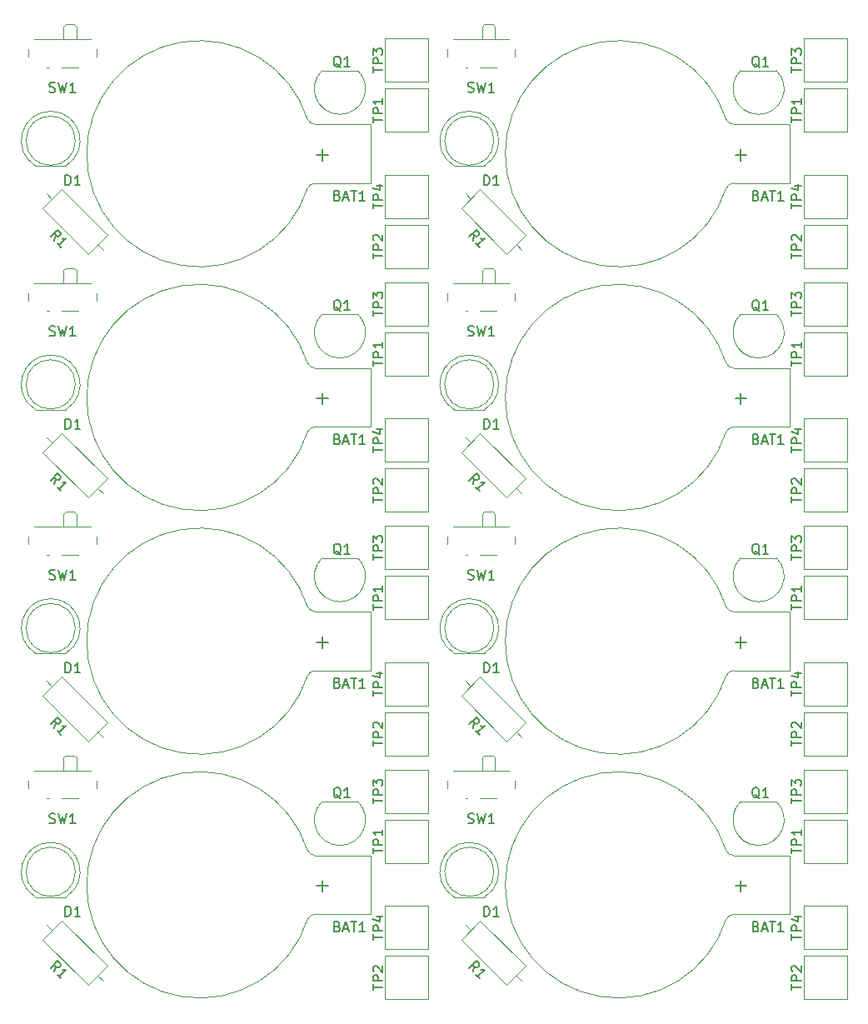
<source format=gbr>
G04 #@! TF.GenerationSoftware,KiCad,Pcbnew,(5.1.4)-1*
G04 #@! TF.CreationDate,2021-02-09T18:46:42+01:00*
G04 #@! TF.ProjectId,plant_water_level,706c616e-745f-4776-9174-65725f6c6576,rev?*
G04 #@! TF.SameCoordinates,Original*
G04 #@! TF.FileFunction,Legend,Top*
G04 #@! TF.FilePolarity,Positive*
%FSLAX46Y46*%
G04 Gerber Fmt 4.6, Leading zero omitted, Abs format (unit mm)*
G04 Created by KiCad (PCBNEW (5.1.4)-1) date 2021-02-09 18:46:42*
%MOMM*%
%LPD*%
G04 APERTURE LIST*
%ADD10C,0.120000*%
%ADD11C,0.150000*%
G04 APERTURE END LIST*
D10*
X76984000Y94687000D02*
X73384000Y94687000D01*
X77022478Y94675478D02*
G75*
G02X75184000Y90237000I-1838478J-1838478D01*
G01*
X73345522Y94675478D02*
G75*
G03X75184000Y90237000I1838478J-1838478D01*
G01*
X84178500Y63713000D02*
X79778500Y63713000D01*
X84178500Y68113000D02*
X84178500Y63713000D01*
X79778500Y68113000D02*
X84178500Y68113000D01*
X79778500Y63713000D02*
X79778500Y68113000D01*
X1693500Y85005000D02*
X4783500Y85005000D01*
X5738500Y87565000D02*
G75*
G03X5738500Y87565000I-2500000J0D01*
G01*
X3238038Y90555000D02*
G75*
G02X4783330Y85005000I462J-2990000D01*
G01*
X3238962Y90555000D02*
G75*
G03X1693670Y85005000I-462J-2990000D01*
G01*
X30800522Y94675478D02*
G75*
G03X32639000Y90237000I1838478J-1838478D01*
G01*
X34477478Y94675478D02*
G75*
G02X32639000Y90237000I-1838478J-1838478D01*
G01*
X34439000Y94687000D02*
X30839000Y94687000D01*
X8544314Y76482186D02*
X7999842Y77026658D01*
X2830891Y82195609D02*
X3375363Y81651137D01*
X8968578Y77995395D02*
X4344100Y82619873D01*
X7031105Y76057922D02*
X8968578Y77995395D01*
X2406627Y80682400D02*
X7031105Y76057922D01*
X4344100Y82619873D02*
X2406627Y80682400D01*
X41633500Y79715000D02*
X37233500Y79715000D01*
X41633500Y84115000D02*
X41633500Y79715000D01*
X37233500Y84115000D02*
X41633500Y84115000D01*
X37233500Y79715000D02*
X37233500Y84115000D01*
X41633500Y93558000D02*
X37233500Y93558000D01*
X41633500Y97958000D02*
X41633500Y93558000D01*
X37233500Y97958000D02*
X41633500Y97958000D01*
X37233500Y93558000D02*
X37233500Y97958000D01*
X84178500Y49870000D02*
X79778500Y49870000D01*
X84178500Y54270000D02*
X84178500Y49870000D01*
X79778500Y54270000D02*
X84178500Y54270000D01*
X79778500Y49870000D02*
X79778500Y54270000D01*
X84178500Y54950000D02*
X79778500Y54950000D01*
X84178500Y59350000D02*
X84178500Y54950000D01*
X79778500Y59350000D02*
X84178500Y59350000D01*
X79778500Y54950000D02*
X79778500Y59350000D01*
X45590000Y95019000D02*
X45390000Y95019000D01*
X48390000Y99159000D02*
X48190000Y99369000D01*
X47090000Y99159000D02*
X47290000Y99369000D01*
X48390000Y97869000D02*
X48390000Y99159000D01*
X48190000Y99369000D02*
X47290000Y99369000D01*
X47090000Y99159000D02*
X47090000Y97869000D01*
X49840000Y97869000D02*
X44140000Y97869000D01*
X48590000Y95019000D02*
X46890000Y95019000D01*
X50440000Y96069000D02*
X50440000Y96859000D01*
X43540000Y96859000D02*
X43540000Y96069000D01*
X41633500Y88478000D02*
X37233500Y88478000D01*
X41633500Y92878000D02*
X41633500Y88478000D01*
X37233500Y92878000D02*
X41633500Y92878000D01*
X37233500Y88478000D02*
X37233500Y92878000D01*
X84178500Y68793000D02*
X79778500Y68793000D01*
X84178500Y73193000D02*
X84178500Y68793000D01*
X79778500Y73193000D02*
X84178500Y73193000D01*
X79778500Y68793000D02*
X79778500Y73193000D01*
X35791500Y89233000D02*
X30091500Y89233000D01*
X35791500Y89233000D02*
X35791500Y83233000D01*
X35791500Y83233000D02*
X30091500Y83233000D01*
X29339746Y82706616D02*
G75*
G02X30091500Y83233000I751754J-273616D01*
G01*
X6895829Y86278281D02*
G75*
G03X29341500Y82733000I11495671J-45281D01*
G01*
X29339746Y89759384D02*
G75*
G03X30091500Y89233000I751754J273616D01*
G01*
X6895829Y86187719D02*
G75*
G02X29341500Y89733000I11495671J45281D01*
G01*
X995000Y96859000D02*
X995000Y96069000D01*
X7895000Y96069000D02*
X7895000Y96859000D01*
X6045000Y95019000D02*
X4345000Y95019000D01*
X7295000Y97869000D02*
X1595000Y97869000D01*
X4545000Y99159000D02*
X4545000Y97869000D01*
X5645000Y99369000D02*
X4745000Y99369000D01*
X5845000Y97869000D02*
X5845000Y99159000D01*
X4545000Y99159000D02*
X4745000Y99369000D01*
X5845000Y99159000D02*
X5645000Y99369000D01*
X3045000Y95019000D02*
X2845000Y95019000D01*
X46889100Y82619873D02*
X44951627Y80682400D01*
X44951627Y80682400D02*
X49576105Y76057922D01*
X49576105Y76057922D02*
X51513578Y77995395D01*
X51513578Y77995395D02*
X46889100Y82619873D01*
X45375891Y82195609D02*
X45920363Y81651137D01*
X51089314Y76482186D02*
X50544842Y77026658D01*
X41633500Y74635000D02*
X37233500Y74635000D01*
X41633500Y79035000D02*
X41633500Y74635000D01*
X37233500Y79035000D02*
X41633500Y79035000D01*
X37233500Y74635000D02*
X37233500Y79035000D01*
X49440829Y86187719D02*
G75*
G02X71886500Y89733000I11495671J45281D01*
G01*
X71884746Y89759384D02*
G75*
G03X72636500Y89233000I751754J273616D01*
G01*
X49440829Y86278281D02*
G75*
G03X71886500Y82733000I11495671J-45281D01*
G01*
X71884746Y82706616D02*
G75*
G02X72636500Y83233000I751754J-273616D01*
G01*
X78336500Y83233000D02*
X72636500Y83233000D01*
X78336500Y89233000D02*
X78336500Y83233000D01*
X78336500Y89233000D02*
X72636500Y89233000D01*
X44238500Y60240000D02*
X47328500Y60240000D01*
X48283500Y62800000D02*
G75*
G03X48283500Y62800000I-2500000J0D01*
G01*
X45783038Y65790000D02*
G75*
G02X47328330Y60240000I462J-2990000D01*
G01*
X45783962Y65790000D02*
G75*
G03X44238670Y60240000I-462J-2990000D01*
G01*
X78336500Y64468000D02*
X72636500Y64468000D01*
X78336500Y64468000D02*
X78336500Y58468000D01*
X78336500Y58468000D02*
X72636500Y58468000D01*
X71884746Y57941616D02*
G75*
G02X72636500Y58468000I751754J-273616D01*
G01*
X49440829Y61513281D02*
G75*
G03X71886500Y57968000I11495671J-45281D01*
G01*
X71884746Y64994384D02*
G75*
G03X72636500Y64468000I751754J273616D01*
G01*
X49440829Y61422719D02*
G75*
G02X71886500Y64968000I11495671J45281D01*
G01*
X73345522Y69910478D02*
G75*
G03X75184000Y65472000I1838478J-1838478D01*
G01*
X77022478Y69910478D02*
G75*
G02X75184000Y65472000I-1838478J-1838478D01*
G01*
X76984000Y69922000D02*
X73384000Y69922000D01*
X43540000Y72094000D02*
X43540000Y71304000D01*
X50440000Y71304000D02*
X50440000Y72094000D01*
X48590000Y70254000D02*
X46890000Y70254000D01*
X49840000Y73104000D02*
X44140000Y73104000D01*
X47090000Y74394000D02*
X47090000Y73104000D01*
X48190000Y74604000D02*
X47290000Y74604000D01*
X48390000Y73104000D02*
X48390000Y74394000D01*
X47090000Y74394000D02*
X47290000Y74604000D01*
X48390000Y74394000D02*
X48190000Y74604000D01*
X45590000Y70254000D02*
X45390000Y70254000D01*
X51089314Y51717186D02*
X50544842Y52261658D01*
X45375891Y57430609D02*
X45920363Y56886137D01*
X51513578Y53230395D02*
X46889100Y57854873D01*
X49576105Y51292922D02*
X51513578Y53230395D01*
X44951627Y55917400D02*
X49576105Y51292922D01*
X46889100Y57854873D02*
X44951627Y55917400D01*
X79778500Y88478000D02*
X79778500Y92878000D01*
X79778500Y92878000D02*
X84178500Y92878000D01*
X84178500Y92878000D02*
X84178500Y88478000D01*
X84178500Y88478000D02*
X79778500Y88478000D01*
X79778500Y93558000D02*
X79778500Y97958000D01*
X79778500Y97958000D02*
X84178500Y97958000D01*
X84178500Y97958000D02*
X84178500Y93558000D01*
X84178500Y93558000D02*
X79778500Y93558000D01*
X79778500Y79715000D02*
X79778500Y84115000D01*
X79778500Y84115000D02*
X84178500Y84115000D01*
X84178500Y84115000D02*
X84178500Y79715000D01*
X84178500Y79715000D02*
X79778500Y79715000D01*
X45783962Y90555000D02*
G75*
G03X44238670Y85005000I-462J-2990000D01*
G01*
X45783038Y90555000D02*
G75*
G02X47328330Y85005000I462J-2990000D01*
G01*
X48283500Y87565000D02*
G75*
G03X48283500Y87565000I-2500000J0D01*
G01*
X44238500Y85005000D02*
X47328500Y85005000D01*
X79778500Y74635000D02*
X79778500Y79035000D01*
X79778500Y79035000D02*
X84178500Y79035000D01*
X84178500Y79035000D02*
X84178500Y74635000D01*
X84178500Y74635000D02*
X79778500Y74635000D01*
X37233500Y63713000D02*
X37233500Y68113000D01*
X37233500Y68113000D02*
X41633500Y68113000D01*
X41633500Y68113000D02*
X41633500Y63713000D01*
X41633500Y63713000D02*
X37233500Y63713000D01*
X37233500Y49870000D02*
X37233500Y54270000D01*
X37233500Y54270000D02*
X41633500Y54270000D01*
X41633500Y54270000D02*
X41633500Y49870000D01*
X41633500Y49870000D02*
X37233500Y49870000D01*
X37233500Y68793000D02*
X37233500Y73193000D01*
X37233500Y73193000D02*
X41633500Y73193000D01*
X41633500Y73193000D02*
X41633500Y68793000D01*
X41633500Y68793000D02*
X37233500Y68793000D01*
X37233500Y54950000D02*
X37233500Y59350000D01*
X37233500Y59350000D02*
X41633500Y59350000D01*
X41633500Y59350000D02*
X41633500Y54950000D01*
X41633500Y54950000D02*
X37233500Y54950000D01*
X6895829Y61422719D02*
G75*
G02X29341500Y64968000I11495671J45281D01*
G01*
X29339746Y64994384D02*
G75*
G03X30091500Y64468000I751754J273616D01*
G01*
X6895829Y61513281D02*
G75*
G03X29341500Y57968000I11495671J-45281D01*
G01*
X29339746Y57941616D02*
G75*
G02X30091500Y58468000I751754J-273616D01*
G01*
X35791500Y58468000D02*
X30091500Y58468000D01*
X35791500Y64468000D02*
X35791500Y58468000D01*
X35791500Y64468000D02*
X30091500Y64468000D01*
X3045000Y70254000D02*
X2845000Y70254000D01*
X5845000Y74394000D02*
X5645000Y74604000D01*
X4545000Y74394000D02*
X4745000Y74604000D01*
X5845000Y73104000D02*
X5845000Y74394000D01*
X5645000Y74604000D02*
X4745000Y74604000D01*
X4545000Y74394000D02*
X4545000Y73104000D01*
X7295000Y73104000D02*
X1595000Y73104000D01*
X6045000Y70254000D02*
X4345000Y70254000D01*
X7895000Y71304000D02*
X7895000Y72094000D01*
X995000Y72094000D02*
X995000Y71304000D01*
X3238962Y65790000D02*
G75*
G03X1693670Y60240000I-462J-2990000D01*
G01*
X3238038Y65790000D02*
G75*
G02X4783330Y60240000I462J-2990000D01*
G01*
X5738500Y62800000D02*
G75*
G03X5738500Y62800000I-2500000J0D01*
G01*
X1693500Y60240000D02*
X4783500Y60240000D01*
X4344100Y57854873D02*
X2406627Y55917400D01*
X2406627Y55917400D02*
X7031105Y51292922D01*
X7031105Y51292922D02*
X8968578Y53230395D01*
X8968578Y53230395D02*
X4344100Y57854873D01*
X2830891Y57430609D02*
X3375363Y56886137D01*
X8544314Y51717186D02*
X7999842Y52261658D01*
X34439000Y69922000D02*
X30839000Y69922000D01*
X34477478Y69910478D02*
G75*
G02X32639000Y65472000I-1838478J-1838478D01*
G01*
X30800522Y69910478D02*
G75*
G03X32639000Y65472000I1838478J-1838478D01*
G01*
X84178500Y38948000D02*
X79778500Y38948000D01*
X84178500Y43348000D02*
X84178500Y38948000D01*
X79778500Y43348000D02*
X84178500Y43348000D01*
X79778500Y38948000D02*
X79778500Y43348000D01*
X84178500Y25105000D02*
X79778500Y25105000D01*
X84178500Y29505000D02*
X84178500Y25105000D01*
X79778500Y29505000D02*
X84178500Y29505000D01*
X79778500Y25105000D02*
X79778500Y29505000D01*
X84178500Y30185000D02*
X79778500Y30185000D01*
X84178500Y34585000D02*
X84178500Y30185000D01*
X79778500Y34585000D02*
X84178500Y34585000D01*
X79778500Y30185000D02*
X79778500Y34585000D01*
X84178500Y44028000D02*
X79778500Y44028000D01*
X84178500Y48428000D02*
X84178500Y44028000D01*
X79778500Y48428000D02*
X84178500Y48428000D01*
X79778500Y44028000D02*
X79778500Y48428000D01*
X44238500Y35475000D02*
X47328500Y35475000D01*
X48283500Y38035000D02*
G75*
G03X48283500Y38035000I-2500000J0D01*
G01*
X45783038Y41025000D02*
G75*
G02X47328330Y35475000I462J-2990000D01*
G01*
X45783962Y41025000D02*
G75*
G03X44238670Y35475000I-462J-2990000D01*
G01*
X78336500Y39703000D02*
X72636500Y39703000D01*
X78336500Y39703000D02*
X78336500Y33703000D01*
X78336500Y33703000D02*
X72636500Y33703000D01*
X71884746Y33176616D02*
G75*
G02X72636500Y33703000I751754J-273616D01*
G01*
X49440829Y36748281D02*
G75*
G03X71886500Y33203000I11495671J-45281D01*
G01*
X71884746Y40229384D02*
G75*
G03X72636500Y39703000I751754J273616D01*
G01*
X49440829Y36657719D02*
G75*
G02X71886500Y40203000I11495671J45281D01*
G01*
X73345522Y45145478D02*
G75*
G03X75184000Y40707000I1838478J-1838478D01*
G01*
X77022478Y45145478D02*
G75*
G02X75184000Y40707000I-1838478J-1838478D01*
G01*
X76984000Y45157000D02*
X73384000Y45157000D01*
X43540000Y47329000D02*
X43540000Y46539000D01*
X50440000Y46539000D02*
X50440000Y47329000D01*
X48590000Y45489000D02*
X46890000Y45489000D01*
X49840000Y48339000D02*
X44140000Y48339000D01*
X47090000Y49629000D02*
X47090000Y48339000D01*
X48190000Y49839000D02*
X47290000Y49839000D01*
X48390000Y48339000D02*
X48390000Y49629000D01*
X47090000Y49629000D02*
X47290000Y49839000D01*
X48390000Y49629000D02*
X48190000Y49839000D01*
X45590000Y45489000D02*
X45390000Y45489000D01*
X51089314Y26952186D02*
X50544842Y27496658D01*
X45375891Y32665609D02*
X45920363Y32121137D01*
X51513578Y28465395D02*
X46889100Y33089873D01*
X49576105Y26527922D02*
X51513578Y28465395D01*
X44951627Y31152400D02*
X49576105Y26527922D01*
X46889100Y33089873D02*
X44951627Y31152400D01*
X37233500Y38948000D02*
X37233500Y43348000D01*
X37233500Y43348000D02*
X41633500Y43348000D01*
X41633500Y43348000D02*
X41633500Y38948000D01*
X41633500Y38948000D02*
X37233500Y38948000D01*
X37233500Y25105000D02*
X37233500Y29505000D01*
X37233500Y29505000D02*
X41633500Y29505000D01*
X41633500Y29505000D02*
X41633500Y25105000D01*
X41633500Y25105000D02*
X37233500Y25105000D01*
X37233500Y44028000D02*
X37233500Y48428000D01*
X37233500Y48428000D02*
X41633500Y48428000D01*
X41633500Y48428000D02*
X41633500Y44028000D01*
X41633500Y44028000D02*
X37233500Y44028000D01*
X37233500Y30185000D02*
X37233500Y34585000D01*
X37233500Y34585000D02*
X41633500Y34585000D01*
X41633500Y34585000D02*
X41633500Y30185000D01*
X41633500Y30185000D02*
X37233500Y30185000D01*
X6895829Y36657719D02*
G75*
G02X29341500Y40203000I11495671J45281D01*
G01*
X29339746Y40229384D02*
G75*
G03X30091500Y39703000I751754J273616D01*
G01*
X6895829Y36748281D02*
G75*
G03X29341500Y33203000I11495671J-45281D01*
G01*
X29339746Y33176616D02*
G75*
G02X30091500Y33703000I751754J-273616D01*
G01*
X35791500Y33703000D02*
X30091500Y33703000D01*
X35791500Y39703000D02*
X35791500Y33703000D01*
X35791500Y39703000D02*
X30091500Y39703000D01*
X3045000Y45489000D02*
X2845000Y45489000D01*
X5845000Y49629000D02*
X5645000Y49839000D01*
X4545000Y49629000D02*
X4745000Y49839000D01*
X5845000Y48339000D02*
X5845000Y49629000D01*
X5645000Y49839000D02*
X4745000Y49839000D01*
X4545000Y49629000D02*
X4545000Y48339000D01*
X7295000Y48339000D02*
X1595000Y48339000D01*
X6045000Y45489000D02*
X4345000Y45489000D01*
X7895000Y46539000D02*
X7895000Y47329000D01*
X995000Y47329000D02*
X995000Y46539000D01*
X3238962Y41025000D02*
G75*
G03X1693670Y35475000I-462J-2990000D01*
G01*
X3238038Y41025000D02*
G75*
G02X4783330Y35475000I462J-2990000D01*
G01*
X5738500Y38035000D02*
G75*
G03X5738500Y38035000I-2500000J0D01*
G01*
X1693500Y35475000D02*
X4783500Y35475000D01*
X4344100Y33089873D02*
X2406627Y31152400D01*
X2406627Y31152400D02*
X7031105Y26527922D01*
X7031105Y26527922D02*
X8968578Y28465395D01*
X8968578Y28465395D02*
X4344100Y33089873D01*
X2830891Y32665609D02*
X3375363Y32121137D01*
X8544314Y26952186D02*
X7999842Y27496658D01*
X34439000Y45157000D02*
X30839000Y45157000D01*
X34477478Y45145478D02*
G75*
G02X32639000Y40707000I-1838478J-1838478D01*
G01*
X30800522Y45145478D02*
G75*
G03X32639000Y40707000I1838478J-1838478D01*
G01*
X79778500Y14183000D02*
X79778500Y18583000D01*
X79778500Y18583000D02*
X84178500Y18583000D01*
X84178500Y18583000D02*
X84178500Y14183000D01*
X84178500Y14183000D02*
X79778500Y14183000D01*
X79778500Y340000D02*
X79778500Y4740000D01*
X79778500Y4740000D02*
X84178500Y4740000D01*
X84178500Y4740000D02*
X84178500Y340000D01*
X84178500Y340000D02*
X79778500Y340000D01*
X79778500Y19263000D02*
X79778500Y23663000D01*
X79778500Y23663000D02*
X84178500Y23663000D01*
X84178500Y23663000D02*
X84178500Y19263000D01*
X84178500Y19263000D02*
X79778500Y19263000D01*
X79778500Y5420000D02*
X79778500Y9820000D01*
X79778500Y9820000D02*
X84178500Y9820000D01*
X84178500Y9820000D02*
X84178500Y5420000D01*
X84178500Y5420000D02*
X79778500Y5420000D01*
X49440829Y11892719D02*
G75*
G02X71886500Y15438000I11495671J45281D01*
G01*
X71884746Y15464384D02*
G75*
G03X72636500Y14938000I751754J273616D01*
G01*
X49440829Y11983281D02*
G75*
G03X71886500Y8438000I11495671J-45281D01*
G01*
X71884746Y8411616D02*
G75*
G02X72636500Y8938000I751754J-273616D01*
G01*
X78336500Y8938000D02*
X72636500Y8938000D01*
X78336500Y14938000D02*
X78336500Y8938000D01*
X78336500Y14938000D02*
X72636500Y14938000D01*
X45590000Y20724000D02*
X45390000Y20724000D01*
X48390000Y24864000D02*
X48190000Y25074000D01*
X47090000Y24864000D02*
X47290000Y25074000D01*
X48390000Y23574000D02*
X48390000Y24864000D01*
X48190000Y25074000D02*
X47290000Y25074000D01*
X47090000Y24864000D02*
X47090000Y23574000D01*
X49840000Y23574000D02*
X44140000Y23574000D01*
X48590000Y20724000D02*
X46890000Y20724000D01*
X50440000Y21774000D02*
X50440000Y22564000D01*
X43540000Y22564000D02*
X43540000Y21774000D01*
X45783962Y16260000D02*
G75*
G03X44238670Y10710000I-462J-2990000D01*
G01*
X45783038Y16260000D02*
G75*
G02X47328330Y10710000I462J-2990000D01*
G01*
X48283500Y13270000D02*
G75*
G03X48283500Y13270000I-2500000J0D01*
G01*
X44238500Y10710000D02*
X47328500Y10710000D01*
X46889100Y8324873D02*
X44951627Y6387400D01*
X44951627Y6387400D02*
X49576105Y1762922D01*
X49576105Y1762922D02*
X51513578Y3700395D01*
X51513578Y3700395D02*
X46889100Y8324873D01*
X45375891Y7900609D02*
X45920363Y7356137D01*
X51089314Y2187186D02*
X50544842Y2731658D01*
X76984000Y20392000D02*
X73384000Y20392000D01*
X77022478Y20380478D02*
G75*
G02X75184000Y15942000I-1838478J-1838478D01*
G01*
X73345522Y20380478D02*
G75*
G03X75184000Y15942000I1838478J-1838478D01*
G01*
X41633500Y5420000D02*
X37233500Y5420000D01*
X41633500Y9820000D02*
X41633500Y5420000D01*
X37233500Y9820000D02*
X41633500Y9820000D01*
X37233500Y5420000D02*
X37233500Y9820000D01*
X41633500Y19263000D02*
X37233500Y19263000D01*
X41633500Y23663000D02*
X41633500Y19263000D01*
X37233500Y23663000D02*
X41633500Y23663000D01*
X37233500Y19263000D02*
X37233500Y23663000D01*
X41633500Y340000D02*
X37233500Y340000D01*
X41633500Y4740000D02*
X41633500Y340000D01*
X37233500Y4740000D02*
X41633500Y4740000D01*
X37233500Y340000D02*
X37233500Y4740000D01*
X41633500Y14183000D02*
X37233500Y14183000D01*
X41633500Y18583000D02*
X41633500Y14183000D01*
X37233500Y18583000D02*
X41633500Y18583000D01*
X37233500Y14183000D02*
X37233500Y18583000D01*
X995000Y22564000D02*
X995000Y21774000D01*
X7895000Y21774000D02*
X7895000Y22564000D01*
X6045000Y20724000D02*
X4345000Y20724000D01*
X7295000Y23574000D02*
X1595000Y23574000D01*
X4545000Y24864000D02*
X4545000Y23574000D01*
X5645000Y25074000D02*
X4745000Y25074000D01*
X5845000Y23574000D02*
X5845000Y24864000D01*
X4545000Y24864000D02*
X4745000Y25074000D01*
X5845000Y24864000D02*
X5645000Y25074000D01*
X3045000Y20724000D02*
X2845000Y20724000D01*
X8544314Y2187186D02*
X7999842Y2731658D01*
X2830891Y7900609D02*
X3375363Y7356137D01*
X8968578Y3700395D02*
X4344100Y8324873D01*
X7031105Y1762922D02*
X8968578Y3700395D01*
X2406627Y6387400D02*
X7031105Y1762922D01*
X4344100Y8324873D02*
X2406627Y6387400D01*
X30800522Y20380478D02*
G75*
G03X32639000Y15942000I1838478J-1838478D01*
G01*
X34477478Y20380478D02*
G75*
G02X32639000Y15942000I-1838478J-1838478D01*
G01*
X34439000Y20392000D02*
X30839000Y20392000D01*
X1693500Y10710000D02*
X4783500Y10710000D01*
X5738500Y13270000D02*
G75*
G03X5738500Y13270000I-2500000J0D01*
G01*
X3238038Y16260000D02*
G75*
G02X4783330Y10710000I462J-2990000D01*
G01*
X3238962Y16260000D02*
G75*
G03X1693670Y10710000I-462J-2990000D01*
G01*
X35791500Y14938000D02*
X30091500Y14938000D01*
X35791500Y14938000D02*
X35791500Y8938000D01*
X35791500Y8938000D02*
X30091500Y8938000D01*
X29339746Y8411616D02*
G75*
G02X30091500Y8938000I751754J-273616D01*
G01*
X6895829Y11983281D02*
G75*
G03X29341500Y8438000I11495671J-45281D01*
G01*
X29339746Y15464384D02*
G75*
G03X30091500Y14938000I751754J273616D01*
G01*
X6895829Y11892719D02*
G75*
G02X29341500Y15438000I11495671J45281D01*
G01*
D11*
X75279261Y95019880D02*
X75184023Y95067500D01*
X75088785Y95162738D01*
X74945928Y95305595D01*
X74850690Y95353214D01*
X74755452Y95353214D01*
X74803071Y95115119D02*
X74707833Y95162738D01*
X74612595Y95257976D01*
X74564976Y95448452D01*
X74564976Y95781785D01*
X74612595Y95972261D01*
X74707833Y96067500D01*
X74803071Y96115119D01*
X74993547Y96115119D01*
X75088785Y96067500D01*
X75184023Y95972261D01*
X75231642Y95781785D01*
X75231642Y95448452D01*
X75184023Y95257976D01*
X75088785Y95162738D01*
X74993547Y95115119D01*
X74803071Y95115119D01*
X76184023Y95115119D02*
X75612595Y95115119D01*
X75898309Y95115119D02*
X75898309Y96115119D01*
X75803071Y95972261D01*
X75707833Y95877023D01*
X75612595Y95829404D01*
X78532880Y64651095D02*
X78532880Y65222523D01*
X79532880Y64936809D02*
X78532880Y64936809D01*
X79532880Y65555857D02*
X78532880Y65555857D01*
X78532880Y65936809D01*
X78580500Y66032047D01*
X78628119Y66079666D01*
X78723357Y66127285D01*
X78866214Y66127285D01*
X78961452Y66079666D01*
X79009071Y66032047D01*
X79056690Y65936809D01*
X79056690Y65555857D01*
X79532880Y67079666D02*
X79532880Y66508238D01*
X79532880Y66793952D02*
X78532880Y66793952D01*
X78675738Y66698714D01*
X78770976Y66603476D01*
X78818595Y66508238D01*
X4722904Y83050119D02*
X4722904Y84050119D01*
X4961000Y84050119D01*
X5103857Y84002500D01*
X5199095Y83907261D01*
X5246714Y83812023D01*
X5294333Y83621547D01*
X5294333Y83478690D01*
X5246714Y83288214D01*
X5199095Y83192976D01*
X5103857Y83097738D01*
X4961000Y83050119D01*
X4722904Y83050119D01*
X6246714Y83050119D02*
X5675285Y83050119D01*
X5961000Y83050119D02*
X5961000Y84050119D01*
X5865761Y83907261D01*
X5770523Y83812023D01*
X5675285Y83764404D01*
X32734261Y95019880D02*
X32639023Y95067500D01*
X32543785Y95162738D01*
X32400928Y95305595D01*
X32305690Y95353214D01*
X32210452Y95353214D01*
X32258071Y95115119D02*
X32162833Y95162738D01*
X32067595Y95257976D01*
X32019976Y95448452D01*
X32019976Y95781785D01*
X32067595Y95972261D01*
X32162833Y96067500D01*
X32258071Y96115119D01*
X32448547Y96115119D01*
X32543785Y96067500D01*
X32639023Y95972261D01*
X32686642Y95781785D01*
X32686642Y95448452D01*
X32639023Y95257976D01*
X32543785Y95162738D01*
X32448547Y95115119D01*
X32258071Y95115119D01*
X33639023Y95115119D02*
X33067595Y95115119D01*
X33353309Y95115119D02*
X33353309Y96115119D01*
X33258071Y95972261D01*
X33162833Y95877023D01*
X33067595Y95829404D01*
X3626267Y77394969D02*
X3727282Y77967389D01*
X3222206Y77799030D02*
X3929312Y78506137D01*
X4198687Y78236763D01*
X4232358Y78135748D01*
X4232358Y78068404D01*
X4198687Y77967389D01*
X4097671Y77866374D01*
X3996656Y77832702D01*
X3929312Y77832702D01*
X3828297Y77866374D01*
X3558923Y78135748D01*
X4299702Y76721534D02*
X3895641Y77125595D01*
X4097671Y76923564D02*
X4804778Y77630671D01*
X4636419Y77597000D01*
X4501732Y77597000D01*
X4400717Y77630671D01*
X35987880Y80653095D02*
X35987880Y81224523D01*
X36987880Y80938809D02*
X35987880Y80938809D01*
X36987880Y81557857D02*
X35987880Y81557857D01*
X35987880Y81938809D01*
X36035500Y82034047D01*
X36083119Y82081666D01*
X36178357Y82129285D01*
X36321214Y82129285D01*
X36416452Y82081666D01*
X36464071Y82034047D01*
X36511690Y81938809D01*
X36511690Y81557857D01*
X36321214Y82986428D02*
X36987880Y82986428D01*
X35940261Y82748333D02*
X36654547Y82510238D01*
X36654547Y83129285D01*
X35987880Y94496095D02*
X35987880Y95067523D01*
X36987880Y94781809D02*
X35987880Y94781809D01*
X36987880Y95400857D02*
X35987880Y95400857D01*
X35987880Y95781809D01*
X36035500Y95877047D01*
X36083119Y95924666D01*
X36178357Y95972285D01*
X36321214Y95972285D01*
X36416452Y95924666D01*
X36464071Y95877047D01*
X36511690Y95781809D01*
X36511690Y95400857D01*
X35987880Y96305619D02*
X35987880Y96924666D01*
X36368833Y96591333D01*
X36368833Y96734190D01*
X36416452Y96829428D01*
X36464071Y96877047D01*
X36559309Y96924666D01*
X36797404Y96924666D01*
X36892642Y96877047D01*
X36940261Y96829428D01*
X36987880Y96734190D01*
X36987880Y96448476D01*
X36940261Y96353238D01*
X36892642Y96305619D01*
X78532880Y50808095D02*
X78532880Y51379523D01*
X79532880Y51093809D02*
X78532880Y51093809D01*
X79532880Y51712857D02*
X78532880Y51712857D01*
X78532880Y52093809D01*
X78580500Y52189047D01*
X78628119Y52236666D01*
X78723357Y52284285D01*
X78866214Y52284285D01*
X78961452Y52236666D01*
X79009071Y52189047D01*
X79056690Y52093809D01*
X79056690Y51712857D01*
X78628119Y52665238D02*
X78580500Y52712857D01*
X78532880Y52808095D01*
X78532880Y53046190D01*
X78580500Y53141428D01*
X78628119Y53189047D01*
X78723357Y53236666D01*
X78818595Y53236666D01*
X78961452Y53189047D01*
X79532880Y52617619D01*
X79532880Y53236666D01*
X78532880Y55888095D02*
X78532880Y56459523D01*
X79532880Y56173809D02*
X78532880Y56173809D01*
X79532880Y56792857D02*
X78532880Y56792857D01*
X78532880Y57173809D01*
X78580500Y57269047D01*
X78628119Y57316666D01*
X78723357Y57364285D01*
X78866214Y57364285D01*
X78961452Y57316666D01*
X79009071Y57269047D01*
X79056690Y57173809D01*
X79056690Y56792857D01*
X78866214Y58221428D02*
X79532880Y58221428D01*
X78485261Y57983333D02*
X79199547Y57745238D01*
X79199547Y58364285D01*
X45656666Y92534238D02*
X45799523Y92486619D01*
X46037619Y92486619D01*
X46132857Y92534238D01*
X46180476Y92581857D01*
X46228095Y92677095D01*
X46228095Y92772333D01*
X46180476Y92867571D01*
X46132857Y92915190D01*
X46037619Y92962809D01*
X45847142Y93010428D01*
X45751904Y93058047D01*
X45704285Y93105666D01*
X45656666Y93200904D01*
X45656666Y93296142D01*
X45704285Y93391380D01*
X45751904Y93439000D01*
X45847142Y93486619D01*
X46085238Y93486619D01*
X46228095Y93439000D01*
X46561428Y93486619D02*
X46799523Y92486619D01*
X46990000Y93200904D01*
X47180476Y92486619D01*
X47418571Y93486619D01*
X48323333Y92486619D02*
X47751904Y92486619D01*
X48037619Y92486619D02*
X48037619Y93486619D01*
X47942380Y93343761D01*
X47847142Y93248523D01*
X47751904Y93200904D01*
X35987880Y89416095D02*
X35987880Y89987523D01*
X36987880Y89701809D02*
X35987880Y89701809D01*
X36987880Y90320857D02*
X35987880Y90320857D01*
X35987880Y90701809D01*
X36035500Y90797047D01*
X36083119Y90844666D01*
X36178357Y90892285D01*
X36321214Y90892285D01*
X36416452Y90844666D01*
X36464071Y90797047D01*
X36511690Y90701809D01*
X36511690Y90320857D01*
X36987880Y91844666D02*
X36987880Y91273238D01*
X36987880Y91558952D02*
X35987880Y91558952D01*
X36130738Y91463714D01*
X36225976Y91368476D01*
X36273595Y91273238D01*
X78532880Y69731095D02*
X78532880Y70302523D01*
X79532880Y70016809D02*
X78532880Y70016809D01*
X79532880Y70635857D02*
X78532880Y70635857D01*
X78532880Y71016809D01*
X78580500Y71112047D01*
X78628119Y71159666D01*
X78723357Y71207285D01*
X78866214Y71207285D01*
X78961452Y71159666D01*
X79009071Y71112047D01*
X79056690Y71016809D01*
X79056690Y70635857D01*
X78532880Y71540619D02*
X78532880Y72159666D01*
X78913833Y71826333D01*
X78913833Y71969190D01*
X78961452Y72064428D01*
X79009071Y72112047D01*
X79104309Y72159666D01*
X79342404Y72159666D01*
X79437642Y72112047D01*
X79485261Y72064428D01*
X79532880Y71969190D01*
X79532880Y71683476D01*
X79485261Y71588238D01*
X79437642Y71540619D01*
X32377214Y82004428D02*
X32520071Y81956809D01*
X32567690Y81909190D01*
X32615309Y81813952D01*
X32615309Y81671095D01*
X32567690Y81575857D01*
X32520071Y81528238D01*
X32424833Y81480619D01*
X32043880Y81480619D01*
X32043880Y82480619D01*
X32377214Y82480619D01*
X32472452Y82433000D01*
X32520071Y82385380D01*
X32567690Y82290142D01*
X32567690Y82194904D01*
X32520071Y82099666D01*
X32472452Y82052047D01*
X32377214Y82004428D01*
X32043880Y82004428D01*
X32996261Y81766333D02*
X33472452Y81766333D01*
X32901023Y81480619D02*
X33234357Y82480619D01*
X33567690Y81480619D01*
X33758166Y82480619D02*
X34329595Y82480619D01*
X34043880Y81480619D02*
X34043880Y82480619D01*
X35186738Y81480619D02*
X34615309Y81480619D01*
X34901023Y81480619D02*
X34901023Y82480619D01*
X34805785Y82337761D01*
X34710547Y82242523D01*
X34615309Y82194904D01*
X30270071Y86125857D02*
X31412928Y86125857D01*
X30841500Y85554428D02*
X30841500Y86697285D01*
X3111666Y92534238D02*
X3254523Y92486619D01*
X3492619Y92486619D01*
X3587857Y92534238D01*
X3635476Y92581857D01*
X3683095Y92677095D01*
X3683095Y92772333D01*
X3635476Y92867571D01*
X3587857Y92915190D01*
X3492619Y92962809D01*
X3302142Y93010428D01*
X3206904Y93058047D01*
X3159285Y93105666D01*
X3111666Y93200904D01*
X3111666Y93296142D01*
X3159285Y93391380D01*
X3206904Y93439000D01*
X3302142Y93486619D01*
X3540238Y93486619D01*
X3683095Y93439000D01*
X4016428Y93486619D02*
X4254523Y92486619D01*
X4445000Y93200904D01*
X4635476Y92486619D01*
X4873571Y93486619D01*
X5778333Y92486619D02*
X5206904Y92486619D01*
X5492619Y92486619D02*
X5492619Y93486619D01*
X5397380Y93343761D01*
X5302142Y93248523D01*
X5206904Y93200904D01*
X46171267Y77394969D02*
X46272282Y77967389D01*
X45767206Y77799030D02*
X46474312Y78506137D01*
X46743687Y78236763D01*
X46777358Y78135748D01*
X46777358Y78068404D01*
X46743687Y77967389D01*
X46642671Y77866374D01*
X46541656Y77832702D01*
X46474312Y77832702D01*
X46373297Y77866374D01*
X46103923Y78135748D01*
X46844702Y76721534D02*
X46440641Y77125595D01*
X46642671Y76923564D02*
X47349778Y77630671D01*
X47181419Y77597000D01*
X47046732Y77597000D01*
X46945717Y77630671D01*
X35987880Y75573095D02*
X35987880Y76144523D01*
X36987880Y75858809D02*
X35987880Y75858809D01*
X36987880Y76477857D02*
X35987880Y76477857D01*
X35987880Y76858809D01*
X36035500Y76954047D01*
X36083119Y77001666D01*
X36178357Y77049285D01*
X36321214Y77049285D01*
X36416452Y77001666D01*
X36464071Y76954047D01*
X36511690Y76858809D01*
X36511690Y76477857D01*
X36083119Y77430238D02*
X36035500Y77477857D01*
X35987880Y77573095D01*
X35987880Y77811190D01*
X36035500Y77906428D01*
X36083119Y77954047D01*
X36178357Y78001666D01*
X36273595Y78001666D01*
X36416452Y77954047D01*
X36987880Y77382619D01*
X36987880Y78001666D01*
X74922214Y82004428D02*
X75065071Y81956809D01*
X75112690Y81909190D01*
X75160309Y81813952D01*
X75160309Y81671095D01*
X75112690Y81575857D01*
X75065071Y81528238D01*
X74969833Y81480619D01*
X74588880Y81480619D01*
X74588880Y82480619D01*
X74922214Y82480619D01*
X75017452Y82433000D01*
X75065071Y82385380D01*
X75112690Y82290142D01*
X75112690Y82194904D01*
X75065071Y82099666D01*
X75017452Y82052047D01*
X74922214Y82004428D01*
X74588880Y82004428D01*
X75541261Y81766333D02*
X76017452Y81766333D01*
X75446023Y81480619D02*
X75779357Y82480619D01*
X76112690Y81480619D01*
X76303166Y82480619D02*
X76874595Y82480619D01*
X76588880Y81480619D02*
X76588880Y82480619D01*
X77731738Y81480619D02*
X77160309Y81480619D01*
X77446023Y81480619D02*
X77446023Y82480619D01*
X77350785Y82337761D01*
X77255547Y82242523D01*
X77160309Y82194904D01*
X72815071Y86125857D02*
X73957928Y86125857D01*
X73386500Y85554428D02*
X73386500Y86697285D01*
X47267904Y58285119D02*
X47267904Y59285119D01*
X47506000Y59285119D01*
X47648857Y59237500D01*
X47744095Y59142261D01*
X47791714Y59047023D01*
X47839333Y58856547D01*
X47839333Y58713690D01*
X47791714Y58523214D01*
X47744095Y58427976D01*
X47648857Y58332738D01*
X47506000Y58285119D01*
X47267904Y58285119D01*
X48791714Y58285119D02*
X48220285Y58285119D01*
X48506000Y58285119D02*
X48506000Y59285119D01*
X48410761Y59142261D01*
X48315523Y59047023D01*
X48220285Y58999404D01*
X74922214Y57239428D02*
X75065071Y57191809D01*
X75112690Y57144190D01*
X75160309Y57048952D01*
X75160309Y56906095D01*
X75112690Y56810857D01*
X75065071Y56763238D01*
X74969833Y56715619D01*
X74588880Y56715619D01*
X74588880Y57715619D01*
X74922214Y57715619D01*
X75017452Y57668000D01*
X75065071Y57620380D01*
X75112690Y57525142D01*
X75112690Y57429904D01*
X75065071Y57334666D01*
X75017452Y57287047D01*
X74922214Y57239428D01*
X74588880Y57239428D01*
X75541261Y57001333D02*
X76017452Y57001333D01*
X75446023Y56715619D02*
X75779357Y57715619D01*
X76112690Y56715619D01*
X76303166Y57715619D02*
X76874595Y57715619D01*
X76588880Y56715619D02*
X76588880Y57715619D01*
X77731738Y56715619D02*
X77160309Y56715619D01*
X77446023Y56715619D02*
X77446023Y57715619D01*
X77350785Y57572761D01*
X77255547Y57477523D01*
X77160309Y57429904D01*
X72815071Y61360857D02*
X73957928Y61360857D01*
X73386500Y60789428D02*
X73386500Y61932285D01*
X75279261Y70254880D02*
X75184023Y70302500D01*
X75088785Y70397738D01*
X74945928Y70540595D01*
X74850690Y70588214D01*
X74755452Y70588214D01*
X74803071Y70350119D02*
X74707833Y70397738D01*
X74612595Y70492976D01*
X74564976Y70683452D01*
X74564976Y71016785D01*
X74612595Y71207261D01*
X74707833Y71302500D01*
X74803071Y71350119D01*
X74993547Y71350119D01*
X75088785Y71302500D01*
X75184023Y71207261D01*
X75231642Y71016785D01*
X75231642Y70683452D01*
X75184023Y70492976D01*
X75088785Y70397738D01*
X74993547Y70350119D01*
X74803071Y70350119D01*
X76184023Y70350119D02*
X75612595Y70350119D01*
X75898309Y70350119D02*
X75898309Y71350119D01*
X75803071Y71207261D01*
X75707833Y71112023D01*
X75612595Y71064404D01*
X45656666Y67769238D02*
X45799523Y67721619D01*
X46037619Y67721619D01*
X46132857Y67769238D01*
X46180476Y67816857D01*
X46228095Y67912095D01*
X46228095Y68007333D01*
X46180476Y68102571D01*
X46132857Y68150190D01*
X46037619Y68197809D01*
X45847142Y68245428D01*
X45751904Y68293047D01*
X45704285Y68340666D01*
X45656666Y68435904D01*
X45656666Y68531142D01*
X45704285Y68626380D01*
X45751904Y68674000D01*
X45847142Y68721619D01*
X46085238Y68721619D01*
X46228095Y68674000D01*
X46561428Y68721619D02*
X46799523Y67721619D01*
X46990000Y68435904D01*
X47180476Y67721619D01*
X47418571Y68721619D01*
X48323333Y67721619D02*
X47751904Y67721619D01*
X48037619Y67721619D02*
X48037619Y68721619D01*
X47942380Y68578761D01*
X47847142Y68483523D01*
X47751904Y68435904D01*
X46171267Y52629969D02*
X46272282Y53202389D01*
X45767206Y53034030D02*
X46474312Y53741137D01*
X46743687Y53471763D01*
X46777358Y53370748D01*
X46777358Y53303404D01*
X46743687Y53202389D01*
X46642671Y53101374D01*
X46541656Y53067702D01*
X46474312Y53067702D01*
X46373297Y53101374D01*
X46103923Y53370748D01*
X46844702Y51956534D02*
X46440641Y52360595D01*
X46642671Y52158564D02*
X47349778Y52865671D01*
X47181419Y52832000D01*
X47046732Y52832000D01*
X46945717Y52865671D01*
X78532880Y89416095D02*
X78532880Y89987523D01*
X79532880Y89701809D02*
X78532880Y89701809D01*
X79532880Y90320857D02*
X78532880Y90320857D01*
X78532880Y90701809D01*
X78580500Y90797047D01*
X78628119Y90844666D01*
X78723357Y90892285D01*
X78866214Y90892285D01*
X78961452Y90844666D01*
X79009071Y90797047D01*
X79056690Y90701809D01*
X79056690Y90320857D01*
X79532880Y91844666D02*
X79532880Y91273238D01*
X79532880Y91558952D02*
X78532880Y91558952D01*
X78675738Y91463714D01*
X78770976Y91368476D01*
X78818595Y91273238D01*
X78532880Y94496095D02*
X78532880Y95067523D01*
X79532880Y94781809D02*
X78532880Y94781809D01*
X79532880Y95400857D02*
X78532880Y95400857D01*
X78532880Y95781809D01*
X78580500Y95877047D01*
X78628119Y95924666D01*
X78723357Y95972285D01*
X78866214Y95972285D01*
X78961452Y95924666D01*
X79009071Y95877047D01*
X79056690Y95781809D01*
X79056690Y95400857D01*
X78532880Y96305619D02*
X78532880Y96924666D01*
X78913833Y96591333D01*
X78913833Y96734190D01*
X78961452Y96829428D01*
X79009071Y96877047D01*
X79104309Y96924666D01*
X79342404Y96924666D01*
X79437642Y96877047D01*
X79485261Y96829428D01*
X79532880Y96734190D01*
X79532880Y96448476D01*
X79485261Y96353238D01*
X79437642Y96305619D01*
X78532880Y80653095D02*
X78532880Y81224523D01*
X79532880Y80938809D02*
X78532880Y80938809D01*
X79532880Y81557857D02*
X78532880Y81557857D01*
X78532880Y81938809D01*
X78580500Y82034047D01*
X78628119Y82081666D01*
X78723357Y82129285D01*
X78866214Y82129285D01*
X78961452Y82081666D01*
X79009071Y82034047D01*
X79056690Y81938809D01*
X79056690Y81557857D01*
X78866214Y82986428D02*
X79532880Y82986428D01*
X78485261Y82748333D02*
X79199547Y82510238D01*
X79199547Y83129285D01*
X47267904Y83050119D02*
X47267904Y84050119D01*
X47506000Y84050119D01*
X47648857Y84002500D01*
X47744095Y83907261D01*
X47791714Y83812023D01*
X47839333Y83621547D01*
X47839333Y83478690D01*
X47791714Y83288214D01*
X47744095Y83192976D01*
X47648857Y83097738D01*
X47506000Y83050119D01*
X47267904Y83050119D01*
X48791714Y83050119D02*
X48220285Y83050119D01*
X48506000Y83050119D02*
X48506000Y84050119D01*
X48410761Y83907261D01*
X48315523Y83812023D01*
X48220285Y83764404D01*
X78532880Y75573095D02*
X78532880Y76144523D01*
X79532880Y75858809D02*
X78532880Y75858809D01*
X79532880Y76477857D02*
X78532880Y76477857D01*
X78532880Y76858809D01*
X78580500Y76954047D01*
X78628119Y77001666D01*
X78723357Y77049285D01*
X78866214Y77049285D01*
X78961452Y77001666D01*
X79009071Y76954047D01*
X79056690Y76858809D01*
X79056690Y76477857D01*
X78628119Y77430238D02*
X78580500Y77477857D01*
X78532880Y77573095D01*
X78532880Y77811190D01*
X78580500Y77906428D01*
X78628119Y77954047D01*
X78723357Y78001666D01*
X78818595Y78001666D01*
X78961452Y77954047D01*
X79532880Y77382619D01*
X79532880Y78001666D01*
X35987880Y64651095D02*
X35987880Y65222523D01*
X36987880Y64936809D02*
X35987880Y64936809D01*
X36987880Y65555857D02*
X35987880Y65555857D01*
X35987880Y65936809D01*
X36035500Y66032047D01*
X36083119Y66079666D01*
X36178357Y66127285D01*
X36321214Y66127285D01*
X36416452Y66079666D01*
X36464071Y66032047D01*
X36511690Y65936809D01*
X36511690Y65555857D01*
X36987880Y67079666D02*
X36987880Y66508238D01*
X36987880Y66793952D02*
X35987880Y66793952D01*
X36130738Y66698714D01*
X36225976Y66603476D01*
X36273595Y66508238D01*
X35987880Y50808095D02*
X35987880Y51379523D01*
X36987880Y51093809D02*
X35987880Y51093809D01*
X36987880Y51712857D02*
X35987880Y51712857D01*
X35987880Y52093809D01*
X36035500Y52189047D01*
X36083119Y52236666D01*
X36178357Y52284285D01*
X36321214Y52284285D01*
X36416452Y52236666D01*
X36464071Y52189047D01*
X36511690Y52093809D01*
X36511690Y51712857D01*
X36083119Y52665238D02*
X36035500Y52712857D01*
X35987880Y52808095D01*
X35987880Y53046190D01*
X36035500Y53141428D01*
X36083119Y53189047D01*
X36178357Y53236666D01*
X36273595Y53236666D01*
X36416452Y53189047D01*
X36987880Y52617619D01*
X36987880Y53236666D01*
X35987880Y69731095D02*
X35987880Y70302523D01*
X36987880Y70016809D02*
X35987880Y70016809D01*
X36987880Y70635857D02*
X35987880Y70635857D01*
X35987880Y71016809D01*
X36035500Y71112047D01*
X36083119Y71159666D01*
X36178357Y71207285D01*
X36321214Y71207285D01*
X36416452Y71159666D01*
X36464071Y71112047D01*
X36511690Y71016809D01*
X36511690Y70635857D01*
X35987880Y71540619D02*
X35987880Y72159666D01*
X36368833Y71826333D01*
X36368833Y71969190D01*
X36416452Y72064428D01*
X36464071Y72112047D01*
X36559309Y72159666D01*
X36797404Y72159666D01*
X36892642Y72112047D01*
X36940261Y72064428D01*
X36987880Y71969190D01*
X36987880Y71683476D01*
X36940261Y71588238D01*
X36892642Y71540619D01*
X35987880Y55888095D02*
X35987880Y56459523D01*
X36987880Y56173809D02*
X35987880Y56173809D01*
X36987880Y56792857D02*
X35987880Y56792857D01*
X35987880Y57173809D01*
X36035500Y57269047D01*
X36083119Y57316666D01*
X36178357Y57364285D01*
X36321214Y57364285D01*
X36416452Y57316666D01*
X36464071Y57269047D01*
X36511690Y57173809D01*
X36511690Y56792857D01*
X36321214Y58221428D02*
X36987880Y58221428D01*
X35940261Y57983333D02*
X36654547Y57745238D01*
X36654547Y58364285D01*
X32377214Y57239428D02*
X32520071Y57191809D01*
X32567690Y57144190D01*
X32615309Y57048952D01*
X32615309Y56906095D01*
X32567690Y56810857D01*
X32520071Y56763238D01*
X32424833Y56715619D01*
X32043880Y56715619D01*
X32043880Y57715619D01*
X32377214Y57715619D01*
X32472452Y57668000D01*
X32520071Y57620380D01*
X32567690Y57525142D01*
X32567690Y57429904D01*
X32520071Y57334666D01*
X32472452Y57287047D01*
X32377214Y57239428D01*
X32043880Y57239428D01*
X32996261Y57001333D02*
X33472452Y57001333D01*
X32901023Y56715619D02*
X33234357Y57715619D01*
X33567690Y56715619D01*
X33758166Y57715619D02*
X34329595Y57715619D01*
X34043880Y56715619D02*
X34043880Y57715619D01*
X35186738Y56715619D02*
X34615309Y56715619D01*
X34901023Y56715619D02*
X34901023Y57715619D01*
X34805785Y57572761D01*
X34710547Y57477523D01*
X34615309Y57429904D01*
X30270071Y61360857D02*
X31412928Y61360857D01*
X30841500Y60789428D02*
X30841500Y61932285D01*
X3111666Y67769238D02*
X3254523Y67721619D01*
X3492619Y67721619D01*
X3587857Y67769238D01*
X3635476Y67816857D01*
X3683095Y67912095D01*
X3683095Y68007333D01*
X3635476Y68102571D01*
X3587857Y68150190D01*
X3492619Y68197809D01*
X3302142Y68245428D01*
X3206904Y68293047D01*
X3159285Y68340666D01*
X3111666Y68435904D01*
X3111666Y68531142D01*
X3159285Y68626380D01*
X3206904Y68674000D01*
X3302142Y68721619D01*
X3540238Y68721619D01*
X3683095Y68674000D01*
X4016428Y68721619D02*
X4254523Y67721619D01*
X4445000Y68435904D01*
X4635476Y67721619D01*
X4873571Y68721619D01*
X5778333Y67721619D02*
X5206904Y67721619D01*
X5492619Y67721619D02*
X5492619Y68721619D01*
X5397380Y68578761D01*
X5302142Y68483523D01*
X5206904Y68435904D01*
X4722904Y58285119D02*
X4722904Y59285119D01*
X4961000Y59285119D01*
X5103857Y59237500D01*
X5199095Y59142261D01*
X5246714Y59047023D01*
X5294333Y58856547D01*
X5294333Y58713690D01*
X5246714Y58523214D01*
X5199095Y58427976D01*
X5103857Y58332738D01*
X4961000Y58285119D01*
X4722904Y58285119D01*
X6246714Y58285119D02*
X5675285Y58285119D01*
X5961000Y58285119D02*
X5961000Y59285119D01*
X5865761Y59142261D01*
X5770523Y59047023D01*
X5675285Y58999404D01*
X3626267Y52629969D02*
X3727282Y53202389D01*
X3222206Y53034030D02*
X3929312Y53741137D01*
X4198687Y53471763D01*
X4232358Y53370748D01*
X4232358Y53303404D01*
X4198687Y53202389D01*
X4097671Y53101374D01*
X3996656Y53067702D01*
X3929312Y53067702D01*
X3828297Y53101374D01*
X3558923Y53370748D01*
X4299702Y51956534D02*
X3895641Y52360595D01*
X4097671Y52158564D02*
X4804778Y52865671D01*
X4636419Y52832000D01*
X4501732Y52832000D01*
X4400717Y52865671D01*
X32734261Y70254880D02*
X32639023Y70302500D01*
X32543785Y70397738D01*
X32400928Y70540595D01*
X32305690Y70588214D01*
X32210452Y70588214D01*
X32258071Y70350119D02*
X32162833Y70397738D01*
X32067595Y70492976D01*
X32019976Y70683452D01*
X32019976Y71016785D01*
X32067595Y71207261D01*
X32162833Y71302500D01*
X32258071Y71350119D01*
X32448547Y71350119D01*
X32543785Y71302500D01*
X32639023Y71207261D01*
X32686642Y71016785D01*
X32686642Y70683452D01*
X32639023Y70492976D01*
X32543785Y70397738D01*
X32448547Y70350119D01*
X32258071Y70350119D01*
X33639023Y70350119D02*
X33067595Y70350119D01*
X33353309Y70350119D02*
X33353309Y71350119D01*
X33258071Y71207261D01*
X33162833Y71112023D01*
X33067595Y71064404D01*
X78532880Y39886095D02*
X78532880Y40457523D01*
X79532880Y40171809D02*
X78532880Y40171809D01*
X79532880Y40790857D02*
X78532880Y40790857D01*
X78532880Y41171809D01*
X78580500Y41267047D01*
X78628119Y41314666D01*
X78723357Y41362285D01*
X78866214Y41362285D01*
X78961452Y41314666D01*
X79009071Y41267047D01*
X79056690Y41171809D01*
X79056690Y40790857D01*
X79532880Y42314666D02*
X79532880Y41743238D01*
X79532880Y42028952D02*
X78532880Y42028952D01*
X78675738Y41933714D01*
X78770976Y41838476D01*
X78818595Y41743238D01*
X78532880Y26043095D02*
X78532880Y26614523D01*
X79532880Y26328809D02*
X78532880Y26328809D01*
X79532880Y26947857D02*
X78532880Y26947857D01*
X78532880Y27328809D01*
X78580500Y27424047D01*
X78628119Y27471666D01*
X78723357Y27519285D01*
X78866214Y27519285D01*
X78961452Y27471666D01*
X79009071Y27424047D01*
X79056690Y27328809D01*
X79056690Y26947857D01*
X78628119Y27900238D02*
X78580500Y27947857D01*
X78532880Y28043095D01*
X78532880Y28281190D01*
X78580500Y28376428D01*
X78628119Y28424047D01*
X78723357Y28471666D01*
X78818595Y28471666D01*
X78961452Y28424047D01*
X79532880Y27852619D01*
X79532880Y28471666D01*
X78532880Y31123095D02*
X78532880Y31694523D01*
X79532880Y31408809D02*
X78532880Y31408809D01*
X79532880Y32027857D02*
X78532880Y32027857D01*
X78532880Y32408809D01*
X78580500Y32504047D01*
X78628119Y32551666D01*
X78723357Y32599285D01*
X78866214Y32599285D01*
X78961452Y32551666D01*
X79009071Y32504047D01*
X79056690Y32408809D01*
X79056690Y32027857D01*
X78866214Y33456428D02*
X79532880Y33456428D01*
X78485261Y33218333D02*
X79199547Y32980238D01*
X79199547Y33599285D01*
X78532880Y44966095D02*
X78532880Y45537523D01*
X79532880Y45251809D02*
X78532880Y45251809D01*
X79532880Y45870857D02*
X78532880Y45870857D01*
X78532880Y46251809D01*
X78580500Y46347047D01*
X78628119Y46394666D01*
X78723357Y46442285D01*
X78866214Y46442285D01*
X78961452Y46394666D01*
X79009071Y46347047D01*
X79056690Y46251809D01*
X79056690Y45870857D01*
X78532880Y46775619D02*
X78532880Y47394666D01*
X78913833Y47061333D01*
X78913833Y47204190D01*
X78961452Y47299428D01*
X79009071Y47347047D01*
X79104309Y47394666D01*
X79342404Y47394666D01*
X79437642Y47347047D01*
X79485261Y47299428D01*
X79532880Y47204190D01*
X79532880Y46918476D01*
X79485261Y46823238D01*
X79437642Y46775619D01*
X47267904Y33520119D02*
X47267904Y34520119D01*
X47506000Y34520119D01*
X47648857Y34472500D01*
X47744095Y34377261D01*
X47791714Y34282023D01*
X47839333Y34091547D01*
X47839333Y33948690D01*
X47791714Y33758214D01*
X47744095Y33662976D01*
X47648857Y33567738D01*
X47506000Y33520119D01*
X47267904Y33520119D01*
X48791714Y33520119D02*
X48220285Y33520119D01*
X48506000Y33520119D02*
X48506000Y34520119D01*
X48410761Y34377261D01*
X48315523Y34282023D01*
X48220285Y34234404D01*
X74922214Y32474428D02*
X75065071Y32426809D01*
X75112690Y32379190D01*
X75160309Y32283952D01*
X75160309Y32141095D01*
X75112690Y32045857D01*
X75065071Y31998238D01*
X74969833Y31950619D01*
X74588880Y31950619D01*
X74588880Y32950619D01*
X74922214Y32950619D01*
X75017452Y32903000D01*
X75065071Y32855380D01*
X75112690Y32760142D01*
X75112690Y32664904D01*
X75065071Y32569666D01*
X75017452Y32522047D01*
X74922214Y32474428D01*
X74588880Y32474428D01*
X75541261Y32236333D02*
X76017452Y32236333D01*
X75446023Y31950619D02*
X75779357Y32950619D01*
X76112690Y31950619D01*
X76303166Y32950619D02*
X76874595Y32950619D01*
X76588880Y31950619D02*
X76588880Y32950619D01*
X77731738Y31950619D02*
X77160309Y31950619D01*
X77446023Y31950619D02*
X77446023Y32950619D01*
X77350785Y32807761D01*
X77255547Y32712523D01*
X77160309Y32664904D01*
X72815071Y36595857D02*
X73957928Y36595857D01*
X73386500Y36024428D02*
X73386500Y37167285D01*
X75279261Y45489880D02*
X75184023Y45537500D01*
X75088785Y45632738D01*
X74945928Y45775595D01*
X74850690Y45823214D01*
X74755452Y45823214D01*
X74803071Y45585119D02*
X74707833Y45632738D01*
X74612595Y45727976D01*
X74564976Y45918452D01*
X74564976Y46251785D01*
X74612595Y46442261D01*
X74707833Y46537500D01*
X74803071Y46585119D01*
X74993547Y46585119D01*
X75088785Y46537500D01*
X75184023Y46442261D01*
X75231642Y46251785D01*
X75231642Y45918452D01*
X75184023Y45727976D01*
X75088785Y45632738D01*
X74993547Y45585119D01*
X74803071Y45585119D01*
X76184023Y45585119D02*
X75612595Y45585119D01*
X75898309Y45585119D02*
X75898309Y46585119D01*
X75803071Y46442261D01*
X75707833Y46347023D01*
X75612595Y46299404D01*
X45656666Y43004238D02*
X45799523Y42956619D01*
X46037619Y42956619D01*
X46132857Y43004238D01*
X46180476Y43051857D01*
X46228095Y43147095D01*
X46228095Y43242333D01*
X46180476Y43337571D01*
X46132857Y43385190D01*
X46037619Y43432809D01*
X45847142Y43480428D01*
X45751904Y43528047D01*
X45704285Y43575666D01*
X45656666Y43670904D01*
X45656666Y43766142D01*
X45704285Y43861380D01*
X45751904Y43909000D01*
X45847142Y43956619D01*
X46085238Y43956619D01*
X46228095Y43909000D01*
X46561428Y43956619D02*
X46799523Y42956619D01*
X46990000Y43670904D01*
X47180476Y42956619D01*
X47418571Y43956619D01*
X48323333Y42956619D02*
X47751904Y42956619D01*
X48037619Y42956619D02*
X48037619Y43956619D01*
X47942380Y43813761D01*
X47847142Y43718523D01*
X47751904Y43670904D01*
X46171267Y27864969D02*
X46272282Y28437389D01*
X45767206Y28269030D02*
X46474312Y28976137D01*
X46743687Y28706763D01*
X46777358Y28605748D01*
X46777358Y28538404D01*
X46743687Y28437389D01*
X46642671Y28336374D01*
X46541656Y28302702D01*
X46474312Y28302702D01*
X46373297Y28336374D01*
X46103923Y28605748D01*
X46844702Y27191534D02*
X46440641Y27595595D01*
X46642671Y27393564D02*
X47349778Y28100671D01*
X47181419Y28067000D01*
X47046732Y28067000D01*
X46945717Y28100671D01*
X35987880Y39886095D02*
X35987880Y40457523D01*
X36987880Y40171809D02*
X35987880Y40171809D01*
X36987880Y40790857D02*
X35987880Y40790857D01*
X35987880Y41171809D01*
X36035500Y41267047D01*
X36083119Y41314666D01*
X36178357Y41362285D01*
X36321214Y41362285D01*
X36416452Y41314666D01*
X36464071Y41267047D01*
X36511690Y41171809D01*
X36511690Y40790857D01*
X36987880Y42314666D02*
X36987880Y41743238D01*
X36987880Y42028952D02*
X35987880Y42028952D01*
X36130738Y41933714D01*
X36225976Y41838476D01*
X36273595Y41743238D01*
X35987880Y26043095D02*
X35987880Y26614523D01*
X36987880Y26328809D02*
X35987880Y26328809D01*
X36987880Y26947857D02*
X35987880Y26947857D01*
X35987880Y27328809D01*
X36035500Y27424047D01*
X36083119Y27471666D01*
X36178357Y27519285D01*
X36321214Y27519285D01*
X36416452Y27471666D01*
X36464071Y27424047D01*
X36511690Y27328809D01*
X36511690Y26947857D01*
X36083119Y27900238D02*
X36035500Y27947857D01*
X35987880Y28043095D01*
X35987880Y28281190D01*
X36035500Y28376428D01*
X36083119Y28424047D01*
X36178357Y28471666D01*
X36273595Y28471666D01*
X36416452Y28424047D01*
X36987880Y27852619D01*
X36987880Y28471666D01*
X35987880Y44966095D02*
X35987880Y45537523D01*
X36987880Y45251809D02*
X35987880Y45251809D01*
X36987880Y45870857D02*
X35987880Y45870857D01*
X35987880Y46251809D01*
X36035500Y46347047D01*
X36083119Y46394666D01*
X36178357Y46442285D01*
X36321214Y46442285D01*
X36416452Y46394666D01*
X36464071Y46347047D01*
X36511690Y46251809D01*
X36511690Y45870857D01*
X35987880Y46775619D02*
X35987880Y47394666D01*
X36368833Y47061333D01*
X36368833Y47204190D01*
X36416452Y47299428D01*
X36464071Y47347047D01*
X36559309Y47394666D01*
X36797404Y47394666D01*
X36892642Y47347047D01*
X36940261Y47299428D01*
X36987880Y47204190D01*
X36987880Y46918476D01*
X36940261Y46823238D01*
X36892642Y46775619D01*
X35987880Y31123095D02*
X35987880Y31694523D01*
X36987880Y31408809D02*
X35987880Y31408809D01*
X36987880Y32027857D02*
X35987880Y32027857D01*
X35987880Y32408809D01*
X36035500Y32504047D01*
X36083119Y32551666D01*
X36178357Y32599285D01*
X36321214Y32599285D01*
X36416452Y32551666D01*
X36464071Y32504047D01*
X36511690Y32408809D01*
X36511690Y32027857D01*
X36321214Y33456428D02*
X36987880Y33456428D01*
X35940261Y33218333D02*
X36654547Y32980238D01*
X36654547Y33599285D01*
X32377214Y32474428D02*
X32520071Y32426809D01*
X32567690Y32379190D01*
X32615309Y32283952D01*
X32615309Y32141095D01*
X32567690Y32045857D01*
X32520071Y31998238D01*
X32424833Y31950619D01*
X32043880Y31950619D01*
X32043880Y32950619D01*
X32377214Y32950619D01*
X32472452Y32903000D01*
X32520071Y32855380D01*
X32567690Y32760142D01*
X32567690Y32664904D01*
X32520071Y32569666D01*
X32472452Y32522047D01*
X32377214Y32474428D01*
X32043880Y32474428D01*
X32996261Y32236333D02*
X33472452Y32236333D01*
X32901023Y31950619D02*
X33234357Y32950619D01*
X33567690Y31950619D01*
X33758166Y32950619D02*
X34329595Y32950619D01*
X34043880Y31950619D02*
X34043880Y32950619D01*
X35186738Y31950619D02*
X34615309Y31950619D01*
X34901023Y31950619D02*
X34901023Y32950619D01*
X34805785Y32807761D01*
X34710547Y32712523D01*
X34615309Y32664904D01*
X30270071Y36595857D02*
X31412928Y36595857D01*
X30841500Y36024428D02*
X30841500Y37167285D01*
X3111666Y43004238D02*
X3254523Y42956619D01*
X3492619Y42956619D01*
X3587857Y43004238D01*
X3635476Y43051857D01*
X3683095Y43147095D01*
X3683095Y43242333D01*
X3635476Y43337571D01*
X3587857Y43385190D01*
X3492619Y43432809D01*
X3302142Y43480428D01*
X3206904Y43528047D01*
X3159285Y43575666D01*
X3111666Y43670904D01*
X3111666Y43766142D01*
X3159285Y43861380D01*
X3206904Y43909000D01*
X3302142Y43956619D01*
X3540238Y43956619D01*
X3683095Y43909000D01*
X4016428Y43956619D02*
X4254523Y42956619D01*
X4445000Y43670904D01*
X4635476Y42956619D01*
X4873571Y43956619D01*
X5778333Y42956619D02*
X5206904Y42956619D01*
X5492619Y42956619D02*
X5492619Y43956619D01*
X5397380Y43813761D01*
X5302142Y43718523D01*
X5206904Y43670904D01*
X4722904Y33520119D02*
X4722904Y34520119D01*
X4961000Y34520119D01*
X5103857Y34472500D01*
X5199095Y34377261D01*
X5246714Y34282023D01*
X5294333Y34091547D01*
X5294333Y33948690D01*
X5246714Y33758214D01*
X5199095Y33662976D01*
X5103857Y33567738D01*
X4961000Y33520119D01*
X4722904Y33520119D01*
X6246714Y33520119D02*
X5675285Y33520119D01*
X5961000Y33520119D02*
X5961000Y34520119D01*
X5865761Y34377261D01*
X5770523Y34282023D01*
X5675285Y34234404D01*
X3626267Y27864969D02*
X3727282Y28437389D01*
X3222206Y28269030D02*
X3929312Y28976137D01*
X4198687Y28706763D01*
X4232358Y28605748D01*
X4232358Y28538404D01*
X4198687Y28437389D01*
X4097671Y28336374D01*
X3996656Y28302702D01*
X3929312Y28302702D01*
X3828297Y28336374D01*
X3558923Y28605748D01*
X4299702Y27191534D02*
X3895641Y27595595D01*
X4097671Y27393564D02*
X4804778Y28100671D01*
X4636419Y28067000D01*
X4501732Y28067000D01*
X4400717Y28100671D01*
X32734261Y45489880D02*
X32639023Y45537500D01*
X32543785Y45632738D01*
X32400928Y45775595D01*
X32305690Y45823214D01*
X32210452Y45823214D01*
X32258071Y45585119D02*
X32162833Y45632738D01*
X32067595Y45727976D01*
X32019976Y45918452D01*
X32019976Y46251785D01*
X32067595Y46442261D01*
X32162833Y46537500D01*
X32258071Y46585119D01*
X32448547Y46585119D01*
X32543785Y46537500D01*
X32639023Y46442261D01*
X32686642Y46251785D01*
X32686642Y45918452D01*
X32639023Y45727976D01*
X32543785Y45632738D01*
X32448547Y45585119D01*
X32258071Y45585119D01*
X33639023Y45585119D02*
X33067595Y45585119D01*
X33353309Y45585119D02*
X33353309Y46585119D01*
X33258071Y46442261D01*
X33162833Y46347023D01*
X33067595Y46299404D01*
X78532880Y15121095D02*
X78532880Y15692523D01*
X79532880Y15406809D02*
X78532880Y15406809D01*
X79532880Y16025857D02*
X78532880Y16025857D01*
X78532880Y16406809D01*
X78580500Y16502047D01*
X78628119Y16549666D01*
X78723357Y16597285D01*
X78866214Y16597285D01*
X78961452Y16549666D01*
X79009071Y16502047D01*
X79056690Y16406809D01*
X79056690Y16025857D01*
X79532880Y17549666D02*
X79532880Y16978238D01*
X79532880Y17263952D02*
X78532880Y17263952D01*
X78675738Y17168714D01*
X78770976Y17073476D01*
X78818595Y16978238D01*
X78532880Y1278095D02*
X78532880Y1849523D01*
X79532880Y1563809D02*
X78532880Y1563809D01*
X79532880Y2182857D02*
X78532880Y2182857D01*
X78532880Y2563809D01*
X78580500Y2659047D01*
X78628119Y2706666D01*
X78723357Y2754285D01*
X78866214Y2754285D01*
X78961452Y2706666D01*
X79009071Y2659047D01*
X79056690Y2563809D01*
X79056690Y2182857D01*
X78628119Y3135238D02*
X78580500Y3182857D01*
X78532880Y3278095D01*
X78532880Y3516190D01*
X78580500Y3611428D01*
X78628119Y3659047D01*
X78723357Y3706666D01*
X78818595Y3706666D01*
X78961452Y3659047D01*
X79532880Y3087619D01*
X79532880Y3706666D01*
X78532880Y20201095D02*
X78532880Y20772523D01*
X79532880Y20486809D02*
X78532880Y20486809D01*
X79532880Y21105857D02*
X78532880Y21105857D01*
X78532880Y21486809D01*
X78580500Y21582047D01*
X78628119Y21629666D01*
X78723357Y21677285D01*
X78866214Y21677285D01*
X78961452Y21629666D01*
X79009071Y21582047D01*
X79056690Y21486809D01*
X79056690Y21105857D01*
X78532880Y22010619D02*
X78532880Y22629666D01*
X78913833Y22296333D01*
X78913833Y22439190D01*
X78961452Y22534428D01*
X79009071Y22582047D01*
X79104309Y22629666D01*
X79342404Y22629666D01*
X79437642Y22582047D01*
X79485261Y22534428D01*
X79532880Y22439190D01*
X79532880Y22153476D01*
X79485261Y22058238D01*
X79437642Y22010619D01*
X78532880Y6358095D02*
X78532880Y6929523D01*
X79532880Y6643809D02*
X78532880Y6643809D01*
X79532880Y7262857D02*
X78532880Y7262857D01*
X78532880Y7643809D01*
X78580500Y7739047D01*
X78628119Y7786666D01*
X78723357Y7834285D01*
X78866214Y7834285D01*
X78961452Y7786666D01*
X79009071Y7739047D01*
X79056690Y7643809D01*
X79056690Y7262857D01*
X78866214Y8691428D02*
X79532880Y8691428D01*
X78485261Y8453333D02*
X79199547Y8215238D01*
X79199547Y8834285D01*
X74922214Y7709428D02*
X75065071Y7661809D01*
X75112690Y7614190D01*
X75160309Y7518952D01*
X75160309Y7376095D01*
X75112690Y7280857D01*
X75065071Y7233238D01*
X74969833Y7185619D01*
X74588880Y7185619D01*
X74588880Y8185619D01*
X74922214Y8185619D01*
X75017452Y8138000D01*
X75065071Y8090380D01*
X75112690Y7995142D01*
X75112690Y7899904D01*
X75065071Y7804666D01*
X75017452Y7757047D01*
X74922214Y7709428D01*
X74588880Y7709428D01*
X75541261Y7471333D02*
X76017452Y7471333D01*
X75446023Y7185619D02*
X75779357Y8185619D01*
X76112690Y7185619D01*
X76303166Y8185619D02*
X76874595Y8185619D01*
X76588880Y7185619D02*
X76588880Y8185619D01*
X77731738Y7185619D02*
X77160309Y7185619D01*
X77446023Y7185619D02*
X77446023Y8185619D01*
X77350785Y8042761D01*
X77255547Y7947523D01*
X77160309Y7899904D01*
X72815071Y11830857D02*
X73957928Y11830857D01*
X73386500Y11259428D02*
X73386500Y12402285D01*
X45656666Y18239238D02*
X45799523Y18191619D01*
X46037619Y18191619D01*
X46132857Y18239238D01*
X46180476Y18286857D01*
X46228095Y18382095D01*
X46228095Y18477333D01*
X46180476Y18572571D01*
X46132857Y18620190D01*
X46037619Y18667809D01*
X45847142Y18715428D01*
X45751904Y18763047D01*
X45704285Y18810666D01*
X45656666Y18905904D01*
X45656666Y19001142D01*
X45704285Y19096380D01*
X45751904Y19144000D01*
X45847142Y19191619D01*
X46085238Y19191619D01*
X46228095Y19144000D01*
X46561428Y19191619D02*
X46799523Y18191619D01*
X46990000Y18905904D01*
X47180476Y18191619D01*
X47418571Y19191619D01*
X48323333Y18191619D02*
X47751904Y18191619D01*
X48037619Y18191619D02*
X48037619Y19191619D01*
X47942380Y19048761D01*
X47847142Y18953523D01*
X47751904Y18905904D01*
X47267904Y8755119D02*
X47267904Y9755119D01*
X47506000Y9755119D01*
X47648857Y9707500D01*
X47744095Y9612261D01*
X47791714Y9517023D01*
X47839333Y9326547D01*
X47839333Y9183690D01*
X47791714Y8993214D01*
X47744095Y8897976D01*
X47648857Y8802738D01*
X47506000Y8755119D01*
X47267904Y8755119D01*
X48791714Y8755119D02*
X48220285Y8755119D01*
X48506000Y8755119D02*
X48506000Y9755119D01*
X48410761Y9612261D01*
X48315523Y9517023D01*
X48220285Y9469404D01*
X46171267Y3099969D02*
X46272282Y3672389D01*
X45767206Y3504030D02*
X46474312Y4211137D01*
X46743687Y3941763D01*
X46777358Y3840748D01*
X46777358Y3773404D01*
X46743687Y3672389D01*
X46642671Y3571374D01*
X46541656Y3537702D01*
X46474312Y3537702D01*
X46373297Y3571374D01*
X46103923Y3840748D01*
X46844702Y2426534D02*
X46440641Y2830595D01*
X46642671Y2628564D02*
X47349778Y3335671D01*
X47181419Y3302000D01*
X47046732Y3302000D01*
X46945717Y3335671D01*
X75279261Y20724880D02*
X75184023Y20772500D01*
X75088785Y20867738D01*
X74945928Y21010595D01*
X74850690Y21058214D01*
X74755452Y21058214D01*
X74803071Y20820119D02*
X74707833Y20867738D01*
X74612595Y20962976D01*
X74564976Y21153452D01*
X74564976Y21486785D01*
X74612595Y21677261D01*
X74707833Y21772500D01*
X74803071Y21820119D01*
X74993547Y21820119D01*
X75088785Y21772500D01*
X75184023Y21677261D01*
X75231642Y21486785D01*
X75231642Y21153452D01*
X75184023Y20962976D01*
X75088785Y20867738D01*
X74993547Y20820119D01*
X74803071Y20820119D01*
X76184023Y20820119D02*
X75612595Y20820119D01*
X75898309Y20820119D02*
X75898309Y21820119D01*
X75803071Y21677261D01*
X75707833Y21582023D01*
X75612595Y21534404D01*
X35987880Y6358095D02*
X35987880Y6929523D01*
X36987880Y6643809D02*
X35987880Y6643809D01*
X36987880Y7262857D02*
X35987880Y7262857D01*
X35987880Y7643809D01*
X36035500Y7739047D01*
X36083119Y7786666D01*
X36178357Y7834285D01*
X36321214Y7834285D01*
X36416452Y7786666D01*
X36464071Y7739047D01*
X36511690Y7643809D01*
X36511690Y7262857D01*
X36321214Y8691428D02*
X36987880Y8691428D01*
X35940261Y8453333D02*
X36654547Y8215238D01*
X36654547Y8834285D01*
X35987880Y20201095D02*
X35987880Y20772523D01*
X36987880Y20486809D02*
X35987880Y20486809D01*
X36987880Y21105857D02*
X35987880Y21105857D01*
X35987880Y21486809D01*
X36035500Y21582047D01*
X36083119Y21629666D01*
X36178357Y21677285D01*
X36321214Y21677285D01*
X36416452Y21629666D01*
X36464071Y21582047D01*
X36511690Y21486809D01*
X36511690Y21105857D01*
X35987880Y22010619D02*
X35987880Y22629666D01*
X36368833Y22296333D01*
X36368833Y22439190D01*
X36416452Y22534428D01*
X36464071Y22582047D01*
X36559309Y22629666D01*
X36797404Y22629666D01*
X36892642Y22582047D01*
X36940261Y22534428D01*
X36987880Y22439190D01*
X36987880Y22153476D01*
X36940261Y22058238D01*
X36892642Y22010619D01*
X35987880Y1278095D02*
X35987880Y1849523D01*
X36987880Y1563809D02*
X35987880Y1563809D01*
X36987880Y2182857D02*
X35987880Y2182857D01*
X35987880Y2563809D01*
X36035500Y2659047D01*
X36083119Y2706666D01*
X36178357Y2754285D01*
X36321214Y2754285D01*
X36416452Y2706666D01*
X36464071Y2659047D01*
X36511690Y2563809D01*
X36511690Y2182857D01*
X36083119Y3135238D02*
X36035500Y3182857D01*
X35987880Y3278095D01*
X35987880Y3516190D01*
X36035500Y3611428D01*
X36083119Y3659047D01*
X36178357Y3706666D01*
X36273595Y3706666D01*
X36416452Y3659047D01*
X36987880Y3087619D01*
X36987880Y3706666D01*
X35987880Y15121095D02*
X35987880Y15692523D01*
X36987880Y15406809D02*
X35987880Y15406809D01*
X36987880Y16025857D02*
X35987880Y16025857D01*
X35987880Y16406809D01*
X36035500Y16502047D01*
X36083119Y16549666D01*
X36178357Y16597285D01*
X36321214Y16597285D01*
X36416452Y16549666D01*
X36464071Y16502047D01*
X36511690Y16406809D01*
X36511690Y16025857D01*
X36987880Y17549666D02*
X36987880Y16978238D01*
X36987880Y17263952D02*
X35987880Y17263952D01*
X36130738Y17168714D01*
X36225976Y17073476D01*
X36273595Y16978238D01*
X3111666Y18239238D02*
X3254523Y18191619D01*
X3492619Y18191619D01*
X3587857Y18239238D01*
X3635476Y18286857D01*
X3683095Y18382095D01*
X3683095Y18477333D01*
X3635476Y18572571D01*
X3587857Y18620190D01*
X3492619Y18667809D01*
X3302142Y18715428D01*
X3206904Y18763047D01*
X3159285Y18810666D01*
X3111666Y18905904D01*
X3111666Y19001142D01*
X3159285Y19096380D01*
X3206904Y19144000D01*
X3302142Y19191619D01*
X3540238Y19191619D01*
X3683095Y19144000D01*
X4016428Y19191619D02*
X4254523Y18191619D01*
X4445000Y18905904D01*
X4635476Y18191619D01*
X4873571Y19191619D01*
X5778333Y18191619D02*
X5206904Y18191619D01*
X5492619Y18191619D02*
X5492619Y19191619D01*
X5397380Y19048761D01*
X5302142Y18953523D01*
X5206904Y18905904D01*
X3626267Y3099969D02*
X3727282Y3672389D01*
X3222206Y3504030D02*
X3929312Y4211137D01*
X4198687Y3941763D01*
X4232358Y3840748D01*
X4232358Y3773404D01*
X4198687Y3672389D01*
X4097671Y3571374D01*
X3996656Y3537702D01*
X3929312Y3537702D01*
X3828297Y3571374D01*
X3558923Y3840748D01*
X4299702Y2426534D02*
X3895641Y2830595D01*
X4097671Y2628564D02*
X4804778Y3335671D01*
X4636419Y3302000D01*
X4501732Y3302000D01*
X4400717Y3335671D01*
X32734261Y20724880D02*
X32639023Y20772500D01*
X32543785Y20867738D01*
X32400928Y21010595D01*
X32305690Y21058214D01*
X32210452Y21058214D01*
X32258071Y20820119D02*
X32162833Y20867738D01*
X32067595Y20962976D01*
X32019976Y21153452D01*
X32019976Y21486785D01*
X32067595Y21677261D01*
X32162833Y21772500D01*
X32258071Y21820119D01*
X32448547Y21820119D01*
X32543785Y21772500D01*
X32639023Y21677261D01*
X32686642Y21486785D01*
X32686642Y21153452D01*
X32639023Y20962976D01*
X32543785Y20867738D01*
X32448547Y20820119D01*
X32258071Y20820119D01*
X33639023Y20820119D02*
X33067595Y20820119D01*
X33353309Y20820119D02*
X33353309Y21820119D01*
X33258071Y21677261D01*
X33162833Y21582023D01*
X33067595Y21534404D01*
X4722904Y8755119D02*
X4722904Y9755119D01*
X4961000Y9755119D01*
X5103857Y9707500D01*
X5199095Y9612261D01*
X5246714Y9517023D01*
X5294333Y9326547D01*
X5294333Y9183690D01*
X5246714Y8993214D01*
X5199095Y8897976D01*
X5103857Y8802738D01*
X4961000Y8755119D01*
X4722904Y8755119D01*
X6246714Y8755119D02*
X5675285Y8755119D01*
X5961000Y8755119D02*
X5961000Y9755119D01*
X5865761Y9612261D01*
X5770523Y9517023D01*
X5675285Y9469404D01*
X32377214Y7709428D02*
X32520071Y7661809D01*
X32567690Y7614190D01*
X32615309Y7518952D01*
X32615309Y7376095D01*
X32567690Y7280857D01*
X32520071Y7233238D01*
X32424833Y7185619D01*
X32043880Y7185619D01*
X32043880Y8185619D01*
X32377214Y8185619D01*
X32472452Y8138000D01*
X32520071Y8090380D01*
X32567690Y7995142D01*
X32567690Y7899904D01*
X32520071Y7804666D01*
X32472452Y7757047D01*
X32377214Y7709428D01*
X32043880Y7709428D01*
X32996261Y7471333D02*
X33472452Y7471333D01*
X32901023Y7185619D02*
X33234357Y8185619D01*
X33567690Y7185619D01*
X33758166Y8185619D02*
X34329595Y8185619D01*
X34043880Y7185619D02*
X34043880Y8185619D01*
X35186738Y7185619D02*
X34615309Y7185619D01*
X34901023Y7185619D02*
X34901023Y8185619D01*
X34805785Y8042761D01*
X34710547Y7947523D01*
X34615309Y7899904D01*
X30270071Y11830857D02*
X31412928Y11830857D01*
X30841500Y11259428D02*
X30841500Y12402285D01*
M02*

</source>
